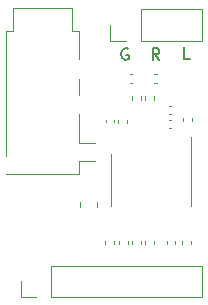
<source format=gbr>
%TF.GenerationSoftware,KiCad,Pcbnew,(5.1.8)-1*%
%TF.CreationDate,2021-11-13T21:13:11+08:00*%
%TF.ProjectId,pcm5102a,70636d35-3130-4326-912e-6b696361645f,rev?*%
%TF.SameCoordinates,Original*%
%TF.FileFunction,Legend,Top*%
%TF.FilePolarity,Positive*%
%FSLAX46Y46*%
G04 Gerber Fmt 4.6, Leading zero omitted, Abs format (unit mm)*
G04 Created by KiCad (PCBNEW (5.1.8)-1) date 2021-11-13 21:13:11*
%MOMM*%
%LPD*%
G01*
G04 APERTURE LIST*
%ADD10C,0.150000*%
%ADD11C,0.120000*%
G04 APERTURE END LIST*
D10*
X131409523Y-82352380D02*
X130933333Y-82352380D01*
X130933333Y-81352380D01*
X128809523Y-82452380D02*
X128476190Y-81976190D01*
X128238095Y-82452380D02*
X128238095Y-81452380D01*
X128619047Y-81452380D01*
X128714285Y-81500000D01*
X128761904Y-81547619D01*
X128809523Y-81642857D01*
X128809523Y-81785714D01*
X128761904Y-81880952D01*
X128714285Y-81928571D01*
X128619047Y-81976190D01*
X128238095Y-81976190D01*
X126161904Y-81500000D02*
X126066666Y-81452380D01*
X125923809Y-81452380D01*
X125780952Y-81500000D01*
X125685714Y-81595238D01*
X125638095Y-81690476D01*
X125590476Y-81880952D01*
X125590476Y-82023809D01*
X125638095Y-82214285D01*
X125685714Y-82309523D01*
X125780952Y-82404761D01*
X125923809Y-82452380D01*
X126019047Y-82452380D01*
X126161904Y-82404761D01*
X126209523Y-82357142D01*
X126209523Y-82023809D01*
X126019047Y-82023809D01*
D11*
%TO.C,J3*%
X124670000Y-80830000D02*
X124670000Y-79500000D01*
X126000000Y-80830000D02*
X124670000Y-80830000D01*
X127270000Y-80830000D02*
X127270000Y-78170000D01*
X127270000Y-78170000D02*
X132410000Y-78170000D01*
X127270000Y-80830000D02*
X132410000Y-80830000D01*
X132410000Y-80830000D02*
X132410000Y-78170000D01*
%TO.C,J2*%
X117070000Y-102530000D02*
X117070000Y-101200000D01*
X118400000Y-102530000D02*
X117070000Y-102530000D01*
X119670000Y-102530000D02*
X119670000Y-99870000D01*
X119670000Y-99870000D02*
X132430000Y-99870000D01*
X119670000Y-102530000D02*
X132430000Y-102530000D01*
X132430000Y-102530000D02*
X132430000Y-99870000D01*
%TO.C,R7*%
X124980000Y-98053641D02*
X124980000Y-97746359D01*
X124220000Y-98053641D02*
X124220000Y-97746359D01*
%TO.C,R6*%
X123535000Y-94927064D02*
X123535000Y-94472936D01*
X122065000Y-94927064D02*
X122065000Y-94472936D01*
%TO.C,J1*%
X122000000Y-89450000D02*
X123400000Y-89450000D01*
X122000000Y-91000000D02*
X123400000Y-91000000D01*
X115800000Y-90550000D02*
X115800000Y-80025000D01*
X122000000Y-91000000D02*
X122000000Y-92125000D01*
X122000000Y-87050000D02*
X122000000Y-89450000D01*
X122000000Y-84050000D02*
X122000000Y-85400000D01*
X122000000Y-80025000D02*
X122000000Y-82400000D01*
X115800000Y-92125000D02*
X122000000Y-92125000D01*
X122000000Y-80025000D02*
X121400000Y-80025000D01*
X116400000Y-80025000D02*
X115800000Y-80025000D01*
X121400000Y-78025000D02*
X116400000Y-78025000D01*
X121400000Y-80025000D02*
X121400000Y-78025000D01*
X116400000Y-80025000D02*
X116400000Y-78025000D01*
%TO.C,U1*%
X124725000Y-92620000D02*
X124725000Y-94820000D01*
X124725000Y-92620000D02*
X124725000Y-90420000D01*
X131495000Y-92620000D02*
X131495000Y-94820000D01*
X131495000Y-92620000D02*
X131495000Y-89020000D01*
%TO.C,R5*%
X125420000Y-98053641D02*
X125420000Y-97746359D01*
X126180000Y-98053641D02*
X126180000Y-97746359D01*
%TO.C,R4*%
X126520000Y-98053641D02*
X126520000Y-97746359D01*
X127280000Y-98053641D02*
X127280000Y-97746359D01*
%TO.C,R3*%
X126520000Y-85853641D02*
X126520000Y-85546359D01*
X127280000Y-85853641D02*
X127280000Y-85546359D01*
%TO.C,R2*%
X127620000Y-98053641D02*
X127620000Y-97746359D01*
X128380000Y-98053641D02*
X128380000Y-97746359D01*
%TO.C,R1*%
X127620000Y-85853641D02*
X127620000Y-85546359D01*
X128380000Y-85853641D02*
X128380000Y-85546359D01*
%TO.C,C9*%
X124290000Y-87737836D02*
X124290000Y-87522164D01*
X125010000Y-87737836D02*
X125010000Y-87522164D01*
%TO.C,C8*%
X125340000Y-87757836D02*
X125340000Y-87542164D01*
X126060000Y-87757836D02*
X126060000Y-87542164D01*
%TO.C,C7*%
X126507836Y-84410000D02*
X126292164Y-84410000D01*
X126507836Y-83690000D02*
X126292164Y-83690000D01*
%TO.C,C6*%
X129612164Y-86340000D02*
X129827836Y-86340000D01*
X129612164Y-87060000D02*
X129827836Y-87060000D01*
%TO.C,C5*%
X128607836Y-84410000D02*
X128392164Y-84410000D01*
X128607836Y-83690000D02*
X128392164Y-83690000D01*
%TO.C,C4*%
X129592164Y-87540000D02*
X129807836Y-87540000D01*
X129592164Y-88260000D02*
X129807836Y-88260000D01*
%TO.C,C3*%
X129440000Y-98007836D02*
X129440000Y-97792164D01*
X130160000Y-98007836D02*
X130160000Y-97792164D01*
%TO.C,C2*%
X130740000Y-98007836D02*
X130740000Y-97792164D01*
X131460000Y-98007836D02*
X131460000Y-97792164D01*
%TO.C,C1*%
X130840000Y-87607836D02*
X130840000Y-87392164D01*
X131560000Y-87607836D02*
X131560000Y-87392164D01*
%TD*%
M02*

</source>
